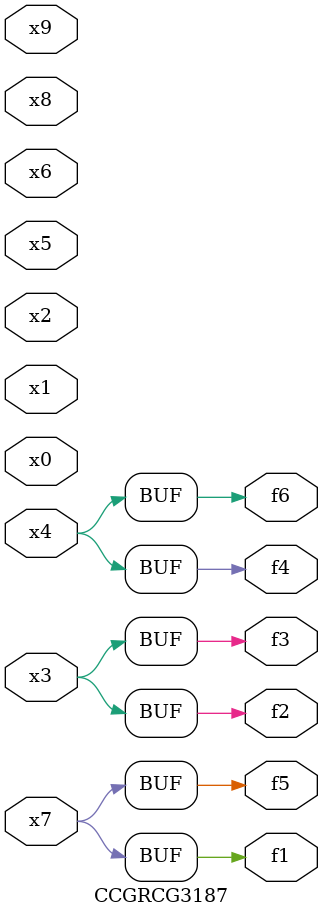
<source format=v>
module CCGRCG3187(
	input x0, x1, x2, x3, x4, x5, x6, x7, x8, x9,
	output f1, f2, f3, f4, f5, f6
);
	assign f1 = x7;
	assign f2 = x3;
	assign f3 = x3;
	assign f4 = x4;
	assign f5 = x7;
	assign f6 = x4;
endmodule

</source>
